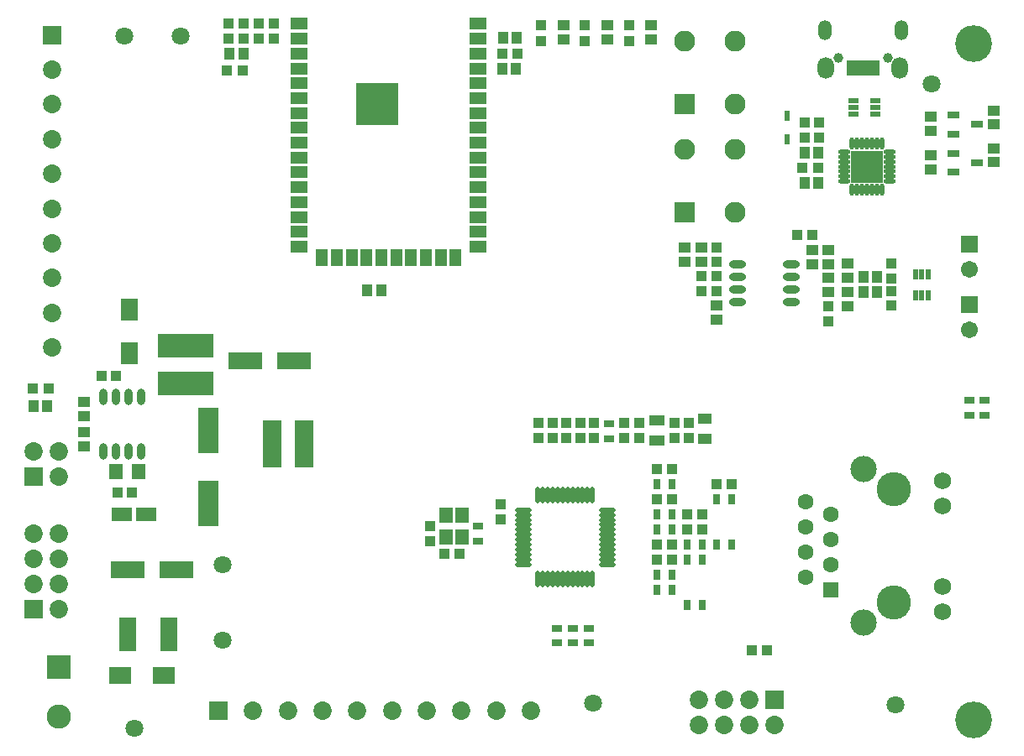
<source format=gts>
%FSTAX23Y23*%
%MOIN*%
%SFA1B1*%

%IPPOS*%
%ADD53R,0.132000X0.071000*%
%ADD54R,0.069000X0.134400*%
%ADD55C,0.071000*%
%ADD56R,0.060800X0.039500*%
%ADD57R,0.023700X0.039500*%
%ADD58R,0.039500X0.045400*%
%ADD59R,0.165500X0.165500*%
%ADD60R,0.067100X0.047400*%
%ADD61R,0.047400X0.067100*%
%ADD62R,0.039500X0.039500*%
%ADD63R,0.025700X0.059200*%
%ADD64R,0.029700X0.043400*%
%ADD65R,0.043400X0.029700*%
%ADD66R,0.039500X0.039500*%
%ADD67R,0.224500X0.092600*%
%ADD68R,0.076900X0.185200*%
%ADD69R,0.078900X0.181200*%
%ADD70R,0.084800X0.057200*%
%ADD71R,0.057200X0.039500*%
%ADD72O,0.031600X0.065100*%
%ADD73R,0.045400X0.039500*%
%ADD74O,0.067100X0.031600*%
%ADD75O,0.065100X0.019800*%
%ADD76O,0.019800X0.065100*%
%ADD77R,0.047400X0.031600*%
%ADD78R,0.069000X0.090700*%
%ADD79R,0.058000X0.063000*%
%ADD80R,0.090700X0.069000*%
%ADD81O,0.049300X0.017800*%
%ADD82O,0.017800X0.049300*%
%ADD83R,0.131200X0.131200*%
%ADD84R,0.039500X0.023700*%
%ADD85R,0.053300X0.063100*%
%ADD86C,0.073000*%
%ADD87R,0.073000X0.073000*%
%ADD88R,0.063000X0.063000*%
%ADD89C,0.063000*%
%ADD90C,0.068200*%
%ADD91C,0.136000*%
%ADD92C,0.104300*%
%ADD93R,0.096600X0.096600*%
%ADD94C,0.096600*%
%ADD95R,0.073000X0.073000*%
%ADD96O,0.065100X0.086700*%
%ADD97O,0.053300X0.078900*%
%ADD98C,0.039500*%
%ADD99C,0.146000*%
%ADD100C,0.083000*%
%ADD101R,0.083000X0.083000*%
%ADD102R,0.067100X0.067100*%
%ADD103C,0.067100*%
%ADD104C,0.027700*%
%LNv1.0-1*%
%LPD*%
G54D53*
X01458Y0279D03*
X01651D03*
X01925Y0362D03*
X02117D03*
G54D54*
X01622Y02535D03*
X01457D03*
G54D55*
X01485Y0216D03*
X01445Y0491D03*
X0167D03*
X01835Y0251D03*
X04505Y02255D03*
X01835Y0281D03*
X03305Y0226D03*
X0465Y0472D03*
G54D56*
X0356Y03385D03*
Y03304D03*
G54D57*
X04584Y03965D03*
X0461D03*
X04635D03*
Y03881D03*
X04584D03*
X0461D03*
X04076Y04593D03*
Y04502D03*
G54D58*
X02409Y039D03*
X02465D03*
X03002Y04905D03*
X02947D03*
X01862Y0484D03*
X01917D03*
X03Y0478D03*
X02945D03*
X04377Y03893D03*
X04432D03*
X04377Y03953D03*
X04432D03*
X04144Y04447D03*
X04199D03*
X04144Y04327D03*
X04199D03*
X01084Y03439D03*
X0114D03*
G54D59*
X02447Y04642D03*
G54D60*
X02849Y0496D03*
X0214D03*
Y049D03*
Y04841D03*
Y04782D03*
Y04723D03*
Y04664D03*
Y04605D03*
Y04546D03*
Y04487D03*
Y04428D03*
Y04369D03*
Y0431D03*
Y04251D03*
Y04192D03*
Y04133D03*
Y04074D03*
X02849Y049D03*
Y04841D03*
Y04782D03*
Y04723D03*
Y04664D03*
Y04605D03*
Y04546D03*
Y04487D03*
Y04428D03*
Y04369D03*
Y0431D03*
Y04251D03*
Y04192D03*
Y04133D03*
Y04074D03*
G54D61*
X02229Y0403D03*
X02288D03*
X02347D03*
X02406D03*
X0276D03*
X02701D03*
X02642D03*
X02583D03*
X02524D03*
X02465D03*
G54D62*
X03795Y0313D03*
X03855D03*
X03739Y0295D03*
X0368D03*
X03619Y0319D03*
X0356D03*
X03619Y0283D03*
X0356D03*
X03935Y0247D03*
X03995D03*
X01853Y04775D03*
X01916D03*
X03004Y0484D03*
X02945D03*
X04115Y0412D03*
X04174D03*
X03619Y0289D03*
X0356D03*
X03619Y0307D03*
X0356D03*
X03739Y0301D03*
X0368D03*
X02716Y02855D03*
X02775D03*
X04199Y04387D03*
X04136D03*
X01413Y0356D03*
X01354D03*
X01476Y03096D03*
X01417D03*
X01082Y0351D03*
X01145D03*
G54D63*
X04325Y04783D03*
X04351D03*
X04376D03*
X04402D03*
X04427D03*
G54D64*
X0356Y0301D03*
X0362D03*
X0356Y0295D03*
X03619D03*
X0368Y0289D03*
X03739D03*
X0356Y0277D03*
X0362D03*
X0356Y0271D03*
X0362D03*
X03619Y0313D03*
X0356D03*
X03854Y0307D03*
X03795D03*
X03854Y0289D03*
X03795D03*
X03739Y0283D03*
X0368D03*
X03739Y0265D03*
X0368D03*
G54D65*
X03288Y02558D03*
Y02499D03*
X03224Y02558D03*
Y02499D03*
X03161Y02558D03*
Y02499D03*
X0285Y02964D03*
Y02905D03*
X0337Y0331D03*
Y03369D03*
X0486Y03464D03*
Y03405D03*
X048D03*
Y03464D03*
G54D66*
X03255Y03374D03*
Y03315D03*
X032Y03374D03*
Y03315D03*
X0309Y03315D03*
Y03374D03*
X0294Y03049D03*
Y0299D03*
X0204Y04959D03*
Y049D03*
X0186Y04959D03*
Y049D03*
X0192Y04959D03*
Y049D03*
X0198Y04959D03*
Y049D03*
X03795Y03957D03*
Y03898D03*
X03735Y03957D03*
Y03898D03*
X0424Y03778D03*
Y03837D03*
X0449Y03839D03*
Y03898D03*
X03795Y04072D03*
Y04013D03*
X0449Y04007D03*
Y03948D03*
X0331Y03315D03*
Y03374D03*
X03685D03*
Y03315D03*
X0266Y02905D03*
Y02964D03*
X0363Y03373D03*
Y03314D03*
X0349Y03374D03*
Y03315D03*
X0343Y03374D03*
Y03315D03*
X03145Y03374D03*
Y03315D03*
X03099Y04953D03*
Y0489D03*
X03273Y04953D03*
Y0489D03*
X03447Y04953D03*
Y0489D03*
X04201Y04567D03*
Y04507D03*
X04146Y04567D03*
Y04507D03*
G54D67*
X0169Y0368D03*
Y03529D03*
G54D68*
X02159Y0329D03*
X02031D03*
G54D69*
X0178Y03345D03*
Y03054D03*
G54D70*
X01436Y0301D03*
X01533D03*
G54D71*
X0375Y03389D03*
Y0331D03*
G54D72*
X01363Y03262D03*
X01413D03*
X01463D03*
X01513D03*
X01363Y03477D03*
X01413D03*
X01463D03*
X01513D03*
G54D73*
X0367Y04071D03*
Y04015D03*
X03735Y04071D03*
Y04015D03*
X03795Y03785D03*
Y03841D03*
X04175Y04005D03*
Y04061D03*
X04315Y03893D03*
Y03838D03*
Y04006D03*
Y0395D03*
X0424Y04005D03*
Y04061D03*
Y03895D03*
Y03951D03*
X04896Y0456D03*
Y04615D03*
Y0441D03*
Y04465D03*
X04646Y04535D03*
Y0459D03*
Y04382D03*
Y04438D03*
X03189Y04898D03*
Y04953D03*
X03363Y04898D03*
Y04953D03*
X03536Y04898D03*
Y04953D03*
X01285Y03282D03*
Y03337D03*
Y03402D03*
Y03457D03*
G54D74*
X03878Y03953D03*
Y04003D03*
Y03903D03*
Y03853D03*
X04091Y04003D03*
Y03953D03*
Y03903D03*
Y03853D03*
G54D75*
X03361Y02811D03*
Y02831D03*
Y02851D03*
Y0287D03*
Y0289D03*
Y0291D03*
Y02929D03*
Y02949D03*
Y02969D03*
Y02988D03*
Y03008D03*
Y03028D03*
X03028D03*
Y03008D03*
Y02988D03*
Y02969D03*
Y02949D03*
Y02929D03*
Y0291D03*
Y0289D03*
Y0287D03*
Y02851D03*
Y02831D03*
Y02811D03*
G54D76*
X03303Y03086D03*
X03283D03*
X03263D03*
X03244D03*
X03224D03*
X03204D03*
X03185D03*
X03165D03*
X03145D03*
X03126D03*
X03106D03*
X03086D03*
Y02753D03*
X03106D03*
X03126D03*
X03145D03*
X03165D03*
X03185D03*
X03204D03*
X03224D03*
X03244D03*
X03263D03*
X03283D03*
X03303D03*
G54D77*
X04829Y04559D03*
X04735Y04522D03*
Y04597D03*
X04828Y04407D03*
X04734Y0437D03*
Y04445D03*
G54D78*
X01465Y03823D03*
Y0365D03*
G54D79*
X01503Y0318D03*
X01413D03*
G54D80*
X01601Y0237D03*
X01428D03*
G54D81*
X04482Y04452D03*
Y04432D03*
Y04412D03*
Y04392D03*
Y04373D03*
Y04353D03*
Y04333D03*
X04301D03*
Y04353D03*
Y04373D03*
Y04392D03*
Y04412D03*
Y04432D03*
Y04452D03*
G54D82*
X04451Y04302D03*
X04431D03*
X04411D03*
X04392D03*
X04372D03*
X04352D03*
X04332D03*
Y04483D03*
X04352D03*
X04372D03*
X04392D03*
X04431D03*
X04451D03*
X04411D03*
G54D83*
X04392Y04392D03*
G54D84*
X04424Y04653D03*
Y04627D03*
Y04602D03*
X04339D03*
Y04653D03*
Y04627D03*
G54D85*
X02723Y0292D03*
X02786Y03007D03*
Y0292D03*
X02723Y03007D03*
G54D86*
X0116Y04087D03*
Y04225D03*
Y04501D03*
Y04639D03*
Y04776D03*
Y04363D03*
Y0395D03*
Y03812D03*
Y03674D03*
X01185Y0326D03*
X01085D03*
X01185Y0316D03*
Y02735D03*
X01085D03*
X01185Y02635D03*
X01085Y02835D03*
Y02935D03*
X01185Y02835D03*
Y02935D03*
X03725Y02175D03*
X03825D03*
X03725Y02275D03*
X03825D03*
X04025Y02175D03*
X03925Y02275D03*
Y02175D03*
X02645Y0223D03*
X02507D03*
X02232D03*
X02094D03*
X01956D03*
X0237D03*
X02783D03*
X02921D03*
X03059D03*
G54D87*
X0116Y04914D03*
X01085Y0316D03*
Y02635D03*
G54D88*
X0425Y02709D03*
G54D89*
X0415Y02759D03*
X0425Y02809D03*
X0415Y02859D03*
X0425Y02909D03*
X0415Y02959D03*
X0425Y03009D03*
X0415Y03059D03*
G54D90*
X04692Y02624D03*
Y02724D03*
Y03145D03*
Y03045D03*
G54D91*
X045Y0311D03*
Y0266D03*
G54D92*
X04379Y03189D03*
Y0258D03*
G54D93*
X01185Y02403D03*
G54D94*
X01185Y02206D03*
G54D95*
X04025Y02275D03*
X01818Y0223D03*
G54D96*
X04523Y04783D03*
X0423D03*
G54D97*
X04529Y04933D03*
X04224D03*
G54D98*
X04278Y04825D03*
X04475D03*
G54D99*
X04815Y02195D03*
Y0488D03*
G54D100*
X0387Y0464D03*
X0367Y0489D03*
X0387D03*
Y0421D03*
X0367Y0446D03*
X0387D03*
G54D101*
X0367Y0464D03*
Y0421D03*
G54D102*
X04798Y03843D03*
Y04083D03*
G54D103*
X04798Y03743D03*
Y03983D03*
G54D104*
X04435Y04349D03*
X04348D03*
X04435Y04436D03*
Y04392D03*
X04348Y04436D03*
Y04392D03*
X04392Y04349D03*
Y04436D03*
Y04392D03*
M02*
</source>
